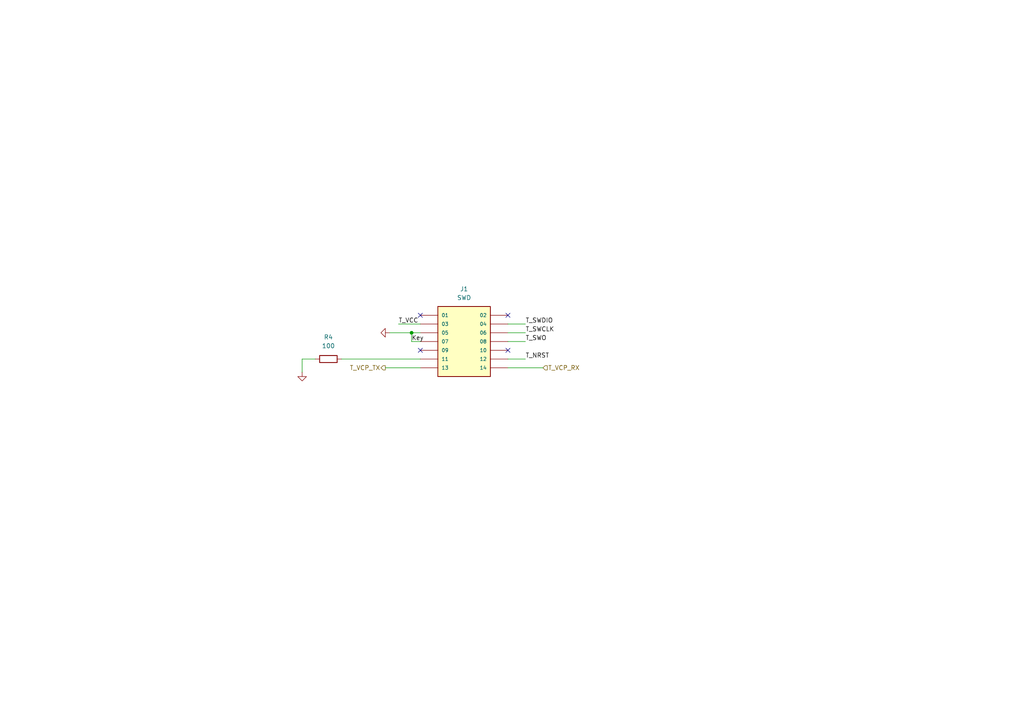
<source format=kicad_sch>
(kicad_sch (version 20250114) (generator "eeschema") (generator_version "9.0")
  (paper "A4")
  (lib_symbols
    (symbol "Device:R" (pin_numbers (hide yes)) (pin_names (offset 0))
      (property "Reference" "R" (at 2.032 0 90))
      (property "Value" "R" (at 0 0 90))
      (symbol "R_0_1"
        (rectangle (start -1.016 -2.54) (end 1.016 2.54) (stroke (width 0.254)))
      )
      (symbol "R_1_1"
        (pin passive line (at 0 3.81 270) (length 1.27) (name "~") (number "1"))
        (pin passive line (at 0 -3.81 90) (length 1.27) (name "~") (number "2"))
      )
    )
    (symbol "FTSH-107-01-L-DV-K-A:FTSH-107-01-L-DV-K-A" (pin_numbers (hide yes)) (pin_names (offset 1.016))
      (property "Reference" "J" (at -7.62 10.16 0))
      (property "Value" "FTSH-107-01-L-DV-K-A" (at -7.62 -12.7 0))
      (symbol "FTSH-107-01-L-DV-K-A_0_0"
        (rectangle (start -7.62 -10.16) (end 7.6 10.16) (stroke (width 0.254)) (fill (type background)))
        (pin passive line (at -12.7 7.62 0) (length 5.08) (name "01") (number "01"))
        (pin passive line (at -12.7 5.08 0) (length 5.08) (name "03") (number "03"))
        (pin passive line (at -12.7 2.54 0) (length 5.08) (name "05") (number "05"))
        (pin passive line (at -12.7 0 0) (length 5.08) (name "07") (number "07"))
        (pin passive line (at -12.7 -2.54 0) (length 5.08) (name "09") (number "09"))
        (pin passive line (at -12.7 -5.08 0) (length 5.08) (name "11") (number "11"))
        (pin passive line (at -12.7 -7.62 0) (length 5.08) (name "13") (number "13"))
        (pin passive line (at 12.7 7.62 180) (length 5.08) (name "02") (number "02"))
        (pin passive line (at 12.7 5.08 180) (length 5.08) (name "04") (number "04"))
        (pin passive line (at 12.7 2.54 180) (length 5.08) (name "06") (number "06"))
        (pin passive line (at 12.7 0 180) (length 5.08) (name "08") (number "08"))
        (pin passive line (at 12.7 -2.54 180) (length 5.08) (name "10") (number "10"))
        (pin passive line (at 12.7 -5.08 180) (length 5.08) (name "12") (number "12"))
        (pin passive line (at 12.7 -7.62 180) (length 5.08) (name "14") (number "14"))
      )
    )
    (symbol "power:GND" (power) (pin_numbers (hide yes)) (pin_names (offset 0) (hide yes))
      (property "Value" "GND" (at 0 -3.81 0))
      (symbol "GND_0_1"
        (polyline (pts (xy 0 0) (xy 0 -1.27) (xy 1.27 -1.27) (xy 0 -2.54) (xy -1.27 -1.27) (xy 0 -1.27)))
      )
      (symbol "GND_1_1"
        (pin power_in line (at 0 0 270) (length 0) (name "~") (number "1"))
      )
    )
  )
  (junction (at 119.38 96.52))
  (no_connect (at 147.32 101.6))
  (no_connect (at 121.92 91.44))
  (no_connect (at 121.92 101.6))
  (no_connect (at 147.32 91.44))
  (wire (pts (xy 147.32 106.68) (xy 157.48 106.68)))
  (wire (pts (xy 115.57 93.98) (xy 121.92 93.98)))
  (wire (pts (xy 91.44 104.14) (xy 87.63 104.14)))
  (wire (pts (xy 147.32 93.98) (xy 152.4 93.98)))
  (wire (pts (xy 119.38 99.06) (xy 119.38 96.52)))
  (wire (pts (xy 99.06 104.14) (xy 121.92 104.14)))
  (wire (pts (xy 147.32 104.14) (xy 152.4 104.14)))
  (wire (pts (xy 111.76 106.68) (xy 121.92 106.68)))
  (wire (pts (xy 119.38 96.52) (xy 121.92 96.52)))
  (wire (pts (xy 147.32 96.52) (xy 152.4 96.52)))
  (wire (pts (xy 113.03 96.52) (xy 119.38 96.52)))
  (wire (pts (xy 121.92 99.06) (xy 119.38 99.06)))
  (wire (pts (xy 147.32 99.06) (xy 152.4 99.06)))
  (wire (pts (xy 87.63 104.14) (xy 87.63 107.95)))
  (label "T_NRST" (at 152.4 104.14 0))
  (label "T_SWO" (at 152.4 99.06 0))
  (label "Key" (at 119.38 99.06 0))
  (label "T_SWDIO" (at 152.4 93.98 0))
  (label "T_SWCLK" (at 152.4 96.52 0))
  (label "T_VCC" (at 115.57 93.98 0))
  (hierarchical_label "T_VCP_RX" (shape input) (at 157.48 106.68 0))
  (hierarchical_label "T_VCP_TX" (shape output) (at 111.76 106.68 180))
  (symbol (lib_id "power:GND") (at 87.63 107.95 0) (unit 1)
    (property "Reference" "#PWR023" (effects (hide yes)))
    (property "Value" "GND" (effects (hide yes)))
    (property "Description" "Power symbol creates a global label with name \"GND\" , ground" (effects (hide yes)))
  )
  (symbol (lib_id "Device:R") (at 95.25 104.14 90) (unit 1)
    (property "Reference" "R4" (at 95.25 97.79 90))
    (property "Value" "100" (at 95.25 100.33 90))
    (property "Description" "Resistor" (effects (hide yes)))
  )
  (symbol (lib_id "power:GND") (at 113.03 96.52 270) (unit 1)
    (property "Reference" "#PWR022" (effects (hide yes)))
    (property "Value" "GND" (effects (hide yes)))
    (property "Description" "Power symbol creates a global label with name \"GND\" , ground" (effects (hide yes)))
  )
  (symbol (lib_id "FTSH-107-01-L-DV-K-A:FTSH-107-01-L-DV-K-A") (at 134.62 99.06 0) (unit 1)
    (property "Reference" "J1" (at 134.61 83.82 0))
    (property "Value" "SWD" (at 134.61 86.36 0))
    (property "Footprint" "FTSH-107-01-L-DV-K-A:SAMTEC_FTSH-107-01-L-DV-K-A" (effects (hide yes)))
    (property "PARTREV" "H" (effects (hide yes)))
    (property "STANDARD" "Manufacturer Recommendation" (effects (hide yes)))
    (property "MAXIMUM_PACKAGE_HEIGHT" "6.23mm" (effects (hide yes)))
    (property "MANUFACTURER" "Samtec" (effects (hide yes)))
  )
)
</source>
